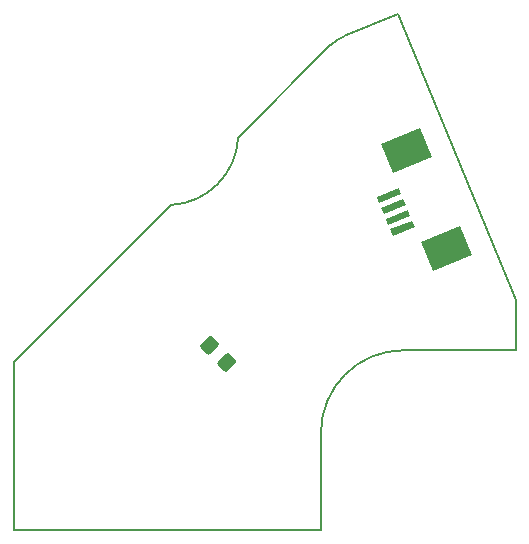
<source format=gbr>
%TF.GenerationSoftware,KiCad,Pcbnew,5.1.6*%
%TF.CreationDate,2020-08-18T09:51:56+02:00*%
%TF.ProjectId,Sample-Bias-Interconnect,53616d70-6c65-42d4-9269-61732d496e74,rev?*%
%TF.SameCoordinates,Original*%
%TF.FileFunction,Paste,Top*%
%TF.FilePolarity,Positive*%
%FSLAX46Y46*%
G04 Gerber Fmt 4.6, Leading zero omitted, Abs format (unit mm)*
G04 Created by KiCad (PCBNEW 5.1.6) date 2020-08-18 09:51:56*
%MOMM*%
%LPD*%
G01*
G04 APERTURE LIST*
%TA.AperFunction,Profile*%
%ADD10C,0.200000*%
%TD*%
%ADD11C,0.100000*%
G04 APERTURE END LIST*
D10*
X169070900Y-58824800D02*
X179000000Y-83000000D01*
X136500000Y-88287700D02*
X149794962Y-74992700D01*
X155492750Y-69295000D02*
X163300600Y-61487100D01*
X179000000Y-87290100D02*
X169500000Y-87290100D01*
X179000000Y-83000000D02*
X179000000Y-87290100D01*
X162500000Y-94290100D02*
G75*
G02*
X169500000Y-87290100I7000000J0D01*
G01*
X163300626Y-61487027D02*
G75*
G02*
X164445764Y-60724339I2474874J-2474873D01*
G01*
X136500000Y-102500000D02*
X136500000Y-88287700D01*
X169070900Y-58824800D02*
X164445800Y-60724400D01*
X162500000Y-94290100D02*
X162500000Y-102500000D01*
X162500000Y-102500000D02*
X136500000Y-102500000D01*
X155492746Y-69294963D02*
G75*
G02*
X149794960Y-74992746I-5992746J294963D01*
G01*
%TO.C,R1*%
G36*
G01*
X153799681Y-88236714D02*
X154436714Y-87599682D01*
G75*
G02*
X154789630Y-87599682I176458J-176458D01*
G01*
X155249886Y-88059938D01*
G75*
G02*
X155249886Y-88412854I-176458J-176458D01*
G01*
X154612854Y-89049886D01*
G75*
G02*
X154259938Y-89049886I-176458J176458D01*
G01*
X153799682Y-88589630D01*
G75*
G02*
X153799682Y-88236714I176458J176458D01*
G01*
G37*
G36*
G01*
X152350431Y-86786828D02*
X152986828Y-86150431D01*
G75*
G02*
X153340380Y-86150431I176776J-176776D01*
G01*
X153800001Y-86610052D01*
G75*
G02*
X153800001Y-86963604I-176776J-176776D01*
G01*
X153163604Y-87600001D01*
G75*
G02*
X152810052Y-87600001I-176776J176776D01*
G01*
X152350431Y-87140380D01*
G75*
G02*
X152350431Y-86786828I176776J176776D01*
G01*
G37*
%TD*%
D11*
%TO.C,J1*%
G36*
X171895301Y-70923112D02*
G01*
X168564546Y-72289154D01*
X167547603Y-69809592D01*
X170878358Y-68443550D01*
X171895301Y-70923112D01*
G37*
G36*
X175302817Y-79231495D02*
G01*
X171972062Y-80597537D01*
X170955119Y-78117975D01*
X174285874Y-76751933D01*
X175302817Y-79231495D01*
G37*
G36*
X169306382Y-74097940D02*
G01*
X167455962Y-74856852D01*
X167224494Y-74292474D01*
X169074914Y-73533562D01*
X169306382Y-74097940D01*
G37*
G36*
X169685838Y-75023149D02*
G01*
X167835418Y-75782061D01*
X167603950Y-75217683D01*
X169454370Y-74458771D01*
X169685838Y-75023149D01*
G37*
G36*
X170065295Y-75948359D02*
G01*
X168214875Y-76707271D01*
X167983407Y-76142893D01*
X169833827Y-75383981D01*
X170065295Y-75948359D01*
G37*
G36*
X170444751Y-76873569D02*
G01*
X168594331Y-77632481D01*
X168362863Y-77068103D01*
X170213283Y-76309191D01*
X170444751Y-76873569D01*
G37*
%TD*%
M02*

</source>
